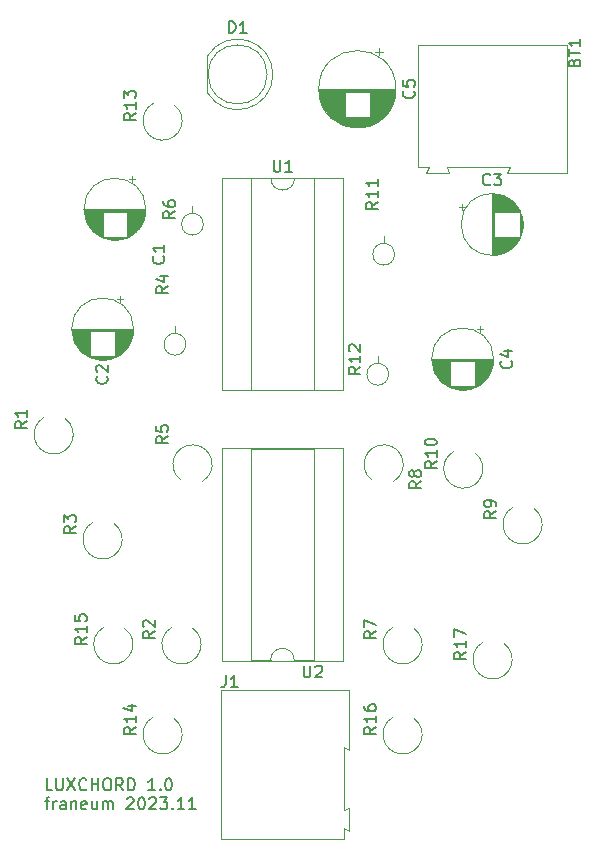
<source format=gbr>
%TF.GenerationSoftware,KiCad,Pcbnew,6.0.11+dfsg-1~bpo11+1*%
%TF.CreationDate,2023-11-19T23:21:45+01:00*%
%TF.ProjectId,lux106_002,6c757831-3036-45f3-9030-322e6b696361,rev?*%
%TF.SameCoordinates,Original*%
%TF.FileFunction,Legend,Top*%
%TF.FilePolarity,Positive*%
%FSLAX46Y46*%
G04 Gerber Fmt 4.6, Leading zero omitted, Abs format (unit mm)*
G04 Created by KiCad (PCBNEW 6.0.11+dfsg-1~bpo11+1) date 2023-11-19 23:21:45*
%MOMM*%
%LPD*%
G01*
G04 APERTURE LIST*
%ADD10C,0.150000*%
%ADD11C,0.120000*%
G04 APERTURE END LIST*
D10*
X77011785Y-124107380D02*
X76535595Y-124107380D01*
X76535595Y-123107380D01*
X77345119Y-123107380D02*
X77345119Y-123916904D01*
X77392738Y-124012142D01*
X77440357Y-124059761D01*
X77535595Y-124107380D01*
X77726071Y-124107380D01*
X77821309Y-124059761D01*
X77868928Y-124012142D01*
X77916547Y-123916904D01*
X77916547Y-123107380D01*
X78297500Y-123107380D02*
X78964166Y-124107380D01*
X78964166Y-123107380D02*
X78297500Y-124107380D01*
X79916547Y-124012142D02*
X79868928Y-124059761D01*
X79726071Y-124107380D01*
X79630833Y-124107380D01*
X79487976Y-124059761D01*
X79392738Y-123964523D01*
X79345119Y-123869285D01*
X79297500Y-123678809D01*
X79297500Y-123535952D01*
X79345119Y-123345476D01*
X79392738Y-123250238D01*
X79487976Y-123155000D01*
X79630833Y-123107380D01*
X79726071Y-123107380D01*
X79868928Y-123155000D01*
X79916547Y-123202619D01*
X80345119Y-124107380D02*
X80345119Y-123107380D01*
X80345119Y-123583571D02*
X80916547Y-123583571D01*
X80916547Y-124107380D02*
X80916547Y-123107380D01*
X81583214Y-123107380D02*
X81773690Y-123107380D01*
X81868928Y-123155000D01*
X81964166Y-123250238D01*
X82011785Y-123440714D01*
X82011785Y-123774047D01*
X81964166Y-123964523D01*
X81868928Y-124059761D01*
X81773690Y-124107380D01*
X81583214Y-124107380D01*
X81487976Y-124059761D01*
X81392738Y-123964523D01*
X81345119Y-123774047D01*
X81345119Y-123440714D01*
X81392738Y-123250238D01*
X81487976Y-123155000D01*
X81583214Y-123107380D01*
X83011785Y-124107380D02*
X82678452Y-123631190D01*
X82440357Y-124107380D02*
X82440357Y-123107380D01*
X82821309Y-123107380D01*
X82916547Y-123155000D01*
X82964166Y-123202619D01*
X83011785Y-123297857D01*
X83011785Y-123440714D01*
X82964166Y-123535952D01*
X82916547Y-123583571D01*
X82821309Y-123631190D01*
X82440357Y-123631190D01*
X83440357Y-124107380D02*
X83440357Y-123107380D01*
X83678452Y-123107380D01*
X83821309Y-123155000D01*
X83916547Y-123250238D01*
X83964166Y-123345476D01*
X84011785Y-123535952D01*
X84011785Y-123678809D01*
X83964166Y-123869285D01*
X83916547Y-123964523D01*
X83821309Y-124059761D01*
X83678452Y-124107380D01*
X83440357Y-124107380D01*
X85726071Y-124107380D02*
X85154642Y-124107380D01*
X85440357Y-124107380D02*
X85440357Y-123107380D01*
X85345119Y-123250238D01*
X85249880Y-123345476D01*
X85154642Y-123393095D01*
X86154642Y-124012142D02*
X86202261Y-124059761D01*
X86154642Y-124107380D01*
X86107023Y-124059761D01*
X86154642Y-124012142D01*
X86154642Y-124107380D01*
X86821309Y-123107380D02*
X86916547Y-123107380D01*
X87011785Y-123155000D01*
X87059404Y-123202619D01*
X87107023Y-123297857D01*
X87154642Y-123488333D01*
X87154642Y-123726428D01*
X87107023Y-123916904D01*
X87059404Y-124012142D01*
X87011785Y-124059761D01*
X86916547Y-124107380D01*
X86821309Y-124107380D01*
X86726071Y-124059761D01*
X86678452Y-124012142D01*
X86630833Y-123916904D01*
X86583214Y-123726428D01*
X86583214Y-123488333D01*
X86630833Y-123297857D01*
X86678452Y-123202619D01*
X86726071Y-123155000D01*
X86821309Y-123107380D01*
X76392738Y-125050714D02*
X76773690Y-125050714D01*
X76535595Y-125717380D02*
X76535595Y-124860238D01*
X76583214Y-124765000D01*
X76678452Y-124717380D01*
X76773690Y-124717380D01*
X77107023Y-125717380D02*
X77107023Y-125050714D01*
X77107023Y-125241190D02*
X77154642Y-125145952D01*
X77202261Y-125098333D01*
X77297500Y-125050714D01*
X77392738Y-125050714D01*
X78154642Y-125717380D02*
X78154642Y-125193571D01*
X78107023Y-125098333D01*
X78011785Y-125050714D01*
X77821309Y-125050714D01*
X77726071Y-125098333D01*
X78154642Y-125669761D02*
X78059404Y-125717380D01*
X77821309Y-125717380D01*
X77726071Y-125669761D01*
X77678452Y-125574523D01*
X77678452Y-125479285D01*
X77726071Y-125384047D01*
X77821309Y-125336428D01*
X78059404Y-125336428D01*
X78154642Y-125288809D01*
X78630833Y-125050714D02*
X78630833Y-125717380D01*
X78630833Y-125145952D02*
X78678452Y-125098333D01*
X78773690Y-125050714D01*
X78916547Y-125050714D01*
X79011785Y-125098333D01*
X79059404Y-125193571D01*
X79059404Y-125717380D01*
X79916547Y-125669761D02*
X79821309Y-125717380D01*
X79630833Y-125717380D01*
X79535595Y-125669761D01*
X79487976Y-125574523D01*
X79487976Y-125193571D01*
X79535595Y-125098333D01*
X79630833Y-125050714D01*
X79821309Y-125050714D01*
X79916547Y-125098333D01*
X79964166Y-125193571D01*
X79964166Y-125288809D01*
X79487976Y-125384047D01*
X80821309Y-125050714D02*
X80821309Y-125717380D01*
X80392738Y-125050714D02*
X80392738Y-125574523D01*
X80440357Y-125669761D01*
X80535595Y-125717380D01*
X80678452Y-125717380D01*
X80773690Y-125669761D01*
X80821309Y-125622142D01*
X81297500Y-125717380D02*
X81297500Y-125050714D01*
X81297500Y-125145952D02*
X81345119Y-125098333D01*
X81440357Y-125050714D01*
X81583214Y-125050714D01*
X81678452Y-125098333D01*
X81726071Y-125193571D01*
X81726071Y-125717380D01*
X81726071Y-125193571D02*
X81773690Y-125098333D01*
X81868928Y-125050714D01*
X82011785Y-125050714D01*
X82107023Y-125098333D01*
X82154642Y-125193571D01*
X82154642Y-125717380D01*
X83345119Y-124812619D02*
X83392738Y-124765000D01*
X83487976Y-124717380D01*
X83726071Y-124717380D01*
X83821309Y-124765000D01*
X83868928Y-124812619D01*
X83916547Y-124907857D01*
X83916547Y-125003095D01*
X83868928Y-125145952D01*
X83297500Y-125717380D01*
X83916547Y-125717380D01*
X84535595Y-124717380D02*
X84630833Y-124717380D01*
X84726071Y-124765000D01*
X84773690Y-124812619D01*
X84821309Y-124907857D01*
X84868928Y-125098333D01*
X84868928Y-125336428D01*
X84821309Y-125526904D01*
X84773690Y-125622142D01*
X84726071Y-125669761D01*
X84630833Y-125717380D01*
X84535595Y-125717380D01*
X84440357Y-125669761D01*
X84392738Y-125622142D01*
X84345119Y-125526904D01*
X84297500Y-125336428D01*
X84297500Y-125098333D01*
X84345119Y-124907857D01*
X84392738Y-124812619D01*
X84440357Y-124765000D01*
X84535595Y-124717380D01*
X85249880Y-124812619D02*
X85297500Y-124765000D01*
X85392738Y-124717380D01*
X85630833Y-124717380D01*
X85726071Y-124765000D01*
X85773690Y-124812619D01*
X85821309Y-124907857D01*
X85821309Y-125003095D01*
X85773690Y-125145952D01*
X85202261Y-125717380D01*
X85821309Y-125717380D01*
X86154642Y-124717380D02*
X86773690Y-124717380D01*
X86440357Y-125098333D01*
X86583214Y-125098333D01*
X86678452Y-125145952D01*
X86726071Y-125193571D01*
X86773690Y-125288809D01*
X86773690Y-125526904D01*
X86726071Y-125622142D01*
X86678452Y-125669761D01*
X86583214Y-125717380D01*
X86297500Y-125717380D01*
X86202261Y-125669761D01*
X86154642Y-125622142D01*
X87202261Y-125622142D02*
X87249880Y-125669761D01*
X87202261Y-125717380D01*
X87154642Y-125669761D01*
X87202261Y-125622142D01*
X87202261Y-125717380D01*
X88202261Y-125717380D02*
X87630833Y-125717380D01*
X87916547Y-125717380D02*
X87916547Y-124717380D01*
X87821309Y-124860238D01*
X87726071Y-124955476D01*
X87630833Y-125003095D01*
X89154642Y-125717380D02*
X88583214Y-125717380D01*
X88868928Y-125717380D02*
X88868928Y-124717380D01*
X88773690Y-124860238D01*
X88678452Y-124955476D01*
X88583214Y-125003095D01*
%TO.C,R11*%
X104592380Y-74302857D02*
X104116190Y-74636190D01*
X104592380Y-74874285D02*
X103592380Y-74874285D01*
X103592380Y-74493333D01*
X103640000Y-74398095D01*
X103687619Y-74350476D01*
X103782857Y-74302857D01*
X103925714Y-74302857D01*
X104020952Y-74350476D01*
X104068571Y-74398095D01*
X104116190Y-74493333D01*
X104116190Y-74874285D01*
X104592380Y-73350476D02*
X104592380Y-73921904D01*
X104592380Y-73636190D02*
X103592380Y-73636190D01*
X103735238Y-73731428D01*
X103830476Y-73826666D01*
X103878095Y-73921904D01*
X104592380Y-72398095D02*
X104592380Y-72969523D01*
X104592380Y-72683809D02*
X103592380Y-72683809D01*
X103735238Y-72779047D01*
X103830476Y-72874285D01*
X103878095Y-72969523D01*
%TO.C,R1*%
X74872380Y-92876666D02*
X74396190Y-93210000D01*
X74872380Y-93448095D02*
X73872380Y-93448095D01*
X73872380Y-93067142D01*
X73920000Y-92971904D01*
X73967619Y-92924285D01*
X74062857Y-92876666D01*
X74205714Y-92876666D01*
X74300952Y-92924285D01*
X74348571Y-92971904D01*
X74396190Y-93067142D01*
X74396190Y-93448095D01*
X74872380Y-91924285D02*
X74872380Y-92495714D01*
X74872380Y-92210000D02*
X73872380Y-92210000D01*
X74015238Y-92305238D01*
X74110476Y-92400476D01*
X74158095Y-92495714D01*
%TO.C,BT1*%
X121218571Y-62485714D02*
X121266190Y-62342857D01*
X121313809Y-62295238D01*
X121409047Y-62247619D01*
X121551904Y-62247619D01*
X121647142Y-62295238D01*
X121694761Y-62342857D01*
X121742380Y-62438095D01*
X121742380Y-62819047D01*
X120742380Y-62819047D01*
X120742380Y-62485714D01*
X120790000Y-62390476D01*
X120837619Y-62342857D01*
X120932857Y-62295238D01*
X121028095Y-62295238D01*
X121123333Y-62342857D01*
X121170952Y-62390476D01*
X121218571Y-62485714D01*
X121218571Y-62819047D01*
X120742380Y-61961904D02*
X120742380Y-61390476D01*
X121742380Y-61676190D02*
X120742380Y-61676190D01*
X121742380Y-60533333D02*
X121742380Y-61104761D01*
X121742380Y-60819047D02*
X120742380Y-60819047D01*
X120885238Y-60914285D01*
X120980476Y-61009523D01*
X121028095Y-61104761D01*
%TO.C,R9*%
X114572380Y-100496666D02*
X114096190Y-100830000D01*
X114572380Y-101068095D02*
X113572380Y-101068095D01*
X113572380Y-100687142D01*
X113620000Y-100591904D01*
X113667619Y-100544285D01*
X113762857Y-100496666D01*
X113905714Y-100496666D01*
X114000952Y-100544285D01*
X114048571Y-100591904D01*
X114096190Y-100687142D01*
X114096190Y-101068095D01*
X114572380Y-100020476D02*
X114572380Y-99830000D01*
X114524761Y-99734761D01*
X114477142Y-99687142D01*
X114334285Y-99591904D01*
X114143809Y-99544285D01*
X113762857Y-99544285D01*
X113667619Y-99591904D01*
X113620000Y-99639523D01*
X113572380Y-99734761D01*
X113572380Y-99925238D01*
X113620000Y-100020476D01*
X113667619Y-100068095D01*
X113762857Y-100115714D01*
X114000952Y-100115714D01*
X114096190Y-100068095D01*
X114143809Y-100020476D01*
X114191428Y-99925238D01*
X114191428Y-99734761D01*
X114143809Y-99639523D01*
X114096190Y-99591904D01*
X114000952Y-99544285D01*
%TO.C,R16*%
X104412380Y-118752857D02*
X103936190Y-119086190D01*
X104412380Y-119324285D02*
X103412380Y-119324285D01*
X103412380Y-118943333D01*
X103460000Y-118848095D01*
X103507619Y-118800476D01*
X103602857Y-118752857D01*
X103745714Y-118752857D01*
X103840952Y-118800476D01*
X103888571Y-118848095D01*
X103936190Y-118943333D01*
X103936190Y-119324285D01*
X104412380Y-117800476D02*
X104412380Y-118371904D01*
X104412380Y-118086190D02*
X103412380Y-118086190D01*
X103555238Y-118181428D01*
X103650476Y-118276666D01*
X103698095Y-118371904D01*
X103412380Y-116943333D02*
X103412380Y-117133809D01*
X103460000Y-117229047D01*
X103507619Y-117276666D01*
X103650476Y-117371904D01*
X103840952Y-117419523D01*
X104221904Y-117419523D01*
X104317142Y-117371904D01*
X104364761Y-117324285D01*
X104412380Y-117229047D01*
X104412380Y-117038571D01*
X104364761Y-116943333D01*
X104317142Y-116895714D01*
X104221904Y-116848095D01*
X103983809Y-116848095D01*
X103888571Y-116895714D01*
X103840952Y-116943333D01*
X103793333Y-117038571D01*
X103793333Y-117229047D01*
X103840952Y-117324285D01*
X103888571Y-117371904D01*
X103983809Y-117419523D01*
%TO.C,C4*%
X115867142Y-87766666D02*
X115914761Y-87814285D01*
X115962380Y-87957142D01*
X115962380Y-88052380D01*
X115914761Y-88195238D01*
X115819523Y-88290476D01*
X115724285Y-88338095D01*
X115533809Y-88385714D01*
X115390952Y-88385714D01*
X115200476Y-88338095D01*
X115105238Y-88290476D01*
X115010000Y-88195238D01*
X114962380Y-88052380D01*
X114962380Y-87957142D01*
X115010000Y-87814285D01*
X115057619Y-87766666D01*
X115295714Y-86909523D02*
X115962380Y-86909523D01*
X114914761Y-87147619D02*
X115629047Y-87385714D01*
X115629047Y-86766666D01*
%TO.C,U1*%
X95768095Y-70747380D02*
X95768095Y-71556904D01*
X95815714Y-71652142D01*
X95863333Y-71699761D01*
X95958571Y-71747380D01*
X96149047Y-71747380D01*
X96244285Y-71699761D01*
X96291904Y-71652142D01*
X96339523Y-71556904D01*
X96339523Y-70747380D01*
X97339523Y-71747380D02*
X96768095Y-71747380D01*
X97053809Y-71747380D02*
X97053809Y-70747380D01*
X96958571Y-70890238D01*
X96863333Y-70985476D01*
X96768095Y-71033095D01*
%TO.C,R3*%
X79012380Y-101766666D02*
X78536190Y-102100000D01*
X79012380Y-102338095D02*
X78012380Y-102338095D01*
X78012380Y-101957142D01*
X78060000Y-101861904D01*
X78107619Y-101814285D01*
X78202857Y-101766666D01*
X78345714Y-101766666D01*
X78440952Y-101814285D01*
X78488571Y-101861904D01*
X78536190Y-101957142D01*
X78536190Y-102338095D01*
X78012380Y-101433333D02*
X78012380Y-100814285D01*
X78393333Y-101147619D01*
X78393333Y-101004761D01*
X78440952Y-100909523D01*
X78488571Y-100861904D01*
X78583809Y-100814285D01*
X78821904Y-100814285D01*
X78917142Y-100861904D01*
X78964761Y-100909523D01*
X79012380Y-101004761D01*
X79012380Y-101290476D01*
X78964761Y-101385714D01*
X78917142Y-101433333D01*
%TO.C,C3*%
X114093333Y-72807142D02*
X114045714Y-72854761D01*
X113902857Y-72902380D01*
X113807619Y-72902380D01*
X113664761Y-72854761D01*
X113569523Y-72759523D01*
X113521904Y-72664285D01*
X113474285Y-72473809D01*
X113474285Y-72330952D01*
X113521904Y-72140476D01*
X113569523Y-72045238D01*
X113664761Y-71950000D01*
X113807619Y-71902380D01*
X113902857Y-71902380D01*
X114045714Y-71950000D01*
X114093333Y-71997619D01*
X114426666Y-71902380D02*
X115045714Y-71902380D01*
X114712380Y-72283333D01*
X114855238Y-72283333D01*
X114950476Y-72330952D01*
X114998095Y-72378571D01*
X115045714Y-72473809D01*
X115045714Y-72711904D01*
X114998095Y-72807142D01*
X114950476Y-72854761D01*
X114855238Y-72902380D01*
X114569523Y-72902380D01*
X114474285Y-72854761D01*
X114426666Y-72807142D01*
%TO.C,C1*%
X86427142Y-78906666D02*
X86474761Y-78954285D01*
X86522380Y-79097142D01*
X86522380Y-79192380D01*
X86474761Y-79335238D01*
X86379523Y-79430476D01*
X86284285Y-79478095D01*
X86093809Y-79525714D01*
X85950952Y-79525714D01*
X85760476Y-79478095D01*
X85665238Y-79430476D01*
X85570000Y-79335238D01*
X85522380Y-79192380D01*
X85522380Y-79097142D01*
X85570000Y-78954285D01*
X85617619Y-78906666D01*
X86522380Y-77954285D02*
X86522380Y-78525714D01*
X86522380Y-78240000D02*
X85522380Y-78240000D01*
X85665238Y-78335238D01*
X85760476Y-78430476D01*
X85808095Y-78525714D01*
%TO.C,C2*%
X81637142Y-89066666D02*
X81684761Y-89114285D01*
X81732380Y-89257142D01*
X81732380Y-89352380D01*
X81684761Y-89495238D01*
X81589523Y-89590476D01*
X81494285Y-89638095D01*
X81303809Y-89685714D01*
X81160952Y-89685714D01*
X80970476Y-89638095D01*
X80875238Y-89590476D01*
X80780000Y-89495238D01*
X80732380Y-89352380D01*
X80732380Y-89257142D01*
X80780000Y-89114285D01*
X80827619Y-89066666D01*
X80827619Y-88685714D02*
X80780000Y-88638095D01*
X80732380Y-88542857D01*
X80732380Y-88304761D01*
X80780000Y-88209523D01*
X80827619Y-88161904D01*
X80922857Y-88114285D01*
X81018095Y-88114285D01*
X81160952Y-88161904D01*
X81732380Y-88733333D01*
X81732380Y-88114285D01*
%TO.C,D1*%
X91971904Y-59992380D02*
X91971904Y-58992380D01*
X92210000Y-58992380D01*
X92352857Y-59040000D01*
X92448095Y-59135238D01*
X92495714Y-59230476D01*
X92543333Y-59420952D01*
X92543333Y-59563809D01*
X92495714Y-59754285D01*
X92448095Y-59849523D01*
X92352857Y-59944761D01*
X92210000Y-59992380D01*
X91971904Y-59992380D01*
X93495714Y-59992380D02*
X92924285Y-59992380D01*
X93210000Y-59992380D02*
X93210000Y-58992380D01*
X93114761Y-59135238D01*
X93019523Y-59230476D01*
X92924285Y-59278095D01*
%TO.C,R8*%
X108252380Y-97956666D02*
X107776190Y-98290000D01*
X108252380Y-98528095D02*
X107252380Y-98528095D01*
X107252380Y-98147142D01*
X107300000Y-98051904D01*
X107347619Y-98004285D01*
X107442857Y-97956666D01*
X107585714Y-97956666D01*
X107680952Y-98004285D01*
X107728571Y-98051904D01*
X107776190Y-98147142D01*
X107776190Y-98528095D01*
X107680952Y-97385238D02*
X107633333Y-97480476D01*
X107585714Y-97528095D01*
X107490476Y-97575714D01*
X107442857Y-97575714D01*
X107347619Y-97528095D01*
X107300000Y-97480476D01*
X107252380Y-97385238D01*
X107252380Y-97194761D01*
X107300000Y-97099523D01*
X107347619Y-97051904D01*
X107442857Y-97004285D01*
X107490476Y-97004285D01*
X107585714Y-97051904D01*
X107633333Y-97099523D01*
X107680952Y-97194761D01*
X107680952Y-97385238D01*
X107728571Y-97480476D01*
X107776190Y-97528095D01*
X107871428Y-97575714D01*
X108061904Y-97575714D01*
X108157142Y-97528095D01*
X108204761Y-97480476D01*
X108252380Y-97385238D01*
X108252380Y-97194761D01*
X108204761Y-97099523D01*
X108157142Y-97051904D01*
X108061904Y-97004285D01*
X107871428Y-97004285D01*
X107776190Y-97051904D01*
X107728571Y-97099523D01*
X107680952Y-97194761D01*
%TO.C,C5*%
X107607142Y-64916666D02*
X107654761Y-64964285D01*
X107702380Y-65107142D01*
X107702380Y-65202380D01*
X107654761Y-65345238D01*
X107559523Y-65440476D01*
X107464285Y-65488095D01*
X107273809Y-65535714D01*
X107130952Y-65535714D01*
X106940476Y-65488095D01*
X106845238Y-65440476D01*
X106750000Y-65345238D01*
X106702380Y-65202380D01*
X106702380Y-65107142D01*
X106750000Y-64964285D01*
X106797619Y-64916666D01*
X106702380Y-64011904D02*
X106702380Y-64488095D01*
X107178571Y-64535714D01*
X107130952Y-64488095D01*
X107083333Y-64392857D01*
X107083333Y-64154761D01*
X107130952Y-64059523D01*
X107178571Y-64011904D01*
X107273809Y-63964285D01*
X107511904Y-63964285D01*
X107607142Y-64011904D01*
X107654761Y-64059523D01*
X107702380Y-64154761D01*
X107702380Y-64392857D01*
X107654761Y-64488095D01*
X107607142Y-64535714D01*
%TO.C,R13*%
X84092380Y-66788716D02*
X83616190Y-67122049D01*
X84092380Y-67360144D02*
X83092380Y-67360144D01*
X83092380Y-66979192D01*
X83140000Y-66883954D01*
X83187619Y-66836335D01*
X83282857Y-66788716D01*
X83425714Y-66788716D01*
X83520952Y-66836335D01*
X83568571Y-66883954D01*
X83616190Y-66979192D01*
X83616190Y-67360144D01*
X84092380Y-65836335D02*
X84092380Y-66407763D01*
X84092380Y-66122049D02*
X83092380Y-66122049D01*
X83235238Y-66217287D01*
X83330476Y-66312525D01*
X83378095Y-66407763D01*
X83092380Y-65503001D02*
X83092380Y-64883954D01*
X83473333Y-65217287D01*
X83473333Y-65074430D01*
X83520952Y-64979192D01*
X83568571Y-64931573D01*
X83663809Y-64883954D01*
X83901904Y-64883954D01*
X83997142Y-64931573D01*
X84044761Y-64979192D01*
X84092380Y-65074430D01*
X84092380Y-65360144D01*
X84044761Y-65455382D01*
X83997142Y-65503001D01*
%TO.C,R7*%
X104412380Y-110656666D02*
X103936190Y-110990000D01*
X104412380Y-111228095D02*
X103412380Y-111228095D01*
X103412380Y-110847142D01*
X103460000Y-110751904D01*
X103507619Y-110704285D01*
X103602857Y-110656666D01*
X103745714Y-110656666D01*
X103840952Y-110704285D01*
X103888571Y-110751904D01*
X103936190Y-110847142D01*
X103936190Y-111228095D01*
X103412380Y-110323333D02*
X103412380Y-109656666D01*
X104412380Y-110085238D01*
%TO.C,R6*%
X87422380Y-75086666D02*
X86946190Y-75420000D01*
X87422380Y-75658095D02*
X86422380Y-75658095D01*
X86422380Y-75277142D01*
X86470000Y-75181904D01*
X86517619Y-75134285D01*
X86612857Y-75086666D01*
X86755714Y-75086666D01*
X86850952Y-75134285D01*
X86898571Y-75181904D01*
X86946190Y-75277142D01*
X86946190Y-75658095D01*
X86422380Y-74229523D02*
X86422380Y-74420000D01*
X86470000Y-74515238D01*
X86517619Y-74562857D01*
X86660476Y-74658095D01*
X86850952Y-74705714D01*
X87231904Y-74705714D01*
X87327142Y-74658095D01*
X87374761Y-74610476D01*
X87422380Y-74515238D01*
X87422380Y-74324761D01*
X87374761Y-74229523D01*
X87327142Y-74181904D01*
X87231904Y-74134285D01*
X86993809Y-74134285D01*
X86898571Y-74181904D01*
X86850952Y-74229523D01*
X86803333Y-74324761D01*
X86803333Y-74515238D01*
X86850952Y-74610476D01*
X86898571Y-74658095D01*
X86993809Y-74705714D01*
%TO.C,*%
%TO.C,R4*%
X86812380Y-81446666D02*
X86336190Y-81780000D01*
X86812380Y-82018095D02*
X85812380Y-82018095D01*
X85812380Y-81637142D01*
X85860000Y-81541904D01*
X85907619Y-81494285D01*
X86002857Y-81446666D01*
X86145714Y-81446666D01*
X86240952Y-81494285D01*
X86288571Y-81541904D01*
X86336190Y-81637142D01*
X86336190Y-82018095D01*
X86145714Y-80589523D02*
X86812380Y-80589523D01*
X85764761Y-80827619D02*
X86479047Y-81065714D01*
X86479047Y-80446666D01*
%TO.C,R2*%
X85692380Y-110656666D02*
X85216190Y-110990000D01*
X85692380Y-111228095D02*
X84692380Y-111228095D01*
X84692380Y-110847142D01*
X84740000Y-110751904D01*
X84787619Y-110704285D01*
X84882857Y-110656666D01*
X85025714Y-110656666D01*
X85120952Y-110704285D01*
X85168571Y-110751904D01*
X85216190Y-110847142D01*
X85216190Y-111228095D01*
X84787619Y-110275714D02*
X84740000Y-110228095D01*
X84692380Y-110132857D01*
X84692380Y-109894761D01*
X84740000Y-109799523D01*
X84787619Y-109751904D01*
X84882857Y-109704285D01*
X84978095Y-109704285D01*
X85120952Y-109751904D01*
X85692380Y-110323333D01*
X85692380Y-109704285D01*
%TO.C,*%
%TO.C,U2*%
X98298095Y-113547380D02*
X98298095Y-114356904D01*
X98345714Y-114452142D01*
X98393333Y-114499761D01*
X98488571Y-114547380D01*
X98679047Y-114547380D01*
X98774285Y-114499761D01*
X98821904Y-114452142D01*
X98869523Y-114356904D01*
X98869523Y-113547380D01*
X99298095Y-113642619D02*
X99345714Y-113595000D01*
X99440952Y-113547380D01*
X99679047Y-113547380D01*
X99774285Y-113595000D01*
X99821904Y-113642619D01*
X99869523Y-113737857D01*
X99869523Y-113833095D01*
X99821904Y-113975952D01*
X99250476Y-114547380D01*
X99869523Y-114547380D01*
%TO.C,R10*%
X109553760Y-96251722D02*
X109077570Y-96585055D01*
X109553760Y-96823150D02*
X108553760Y-96823150D01*
X108553760Y-96442198D01*
X108601380Y-96346960D01*
X108648999Y-96299341D01*
X108744237Y-96251722D01*
X108887094Y-96251722D01*
X108982332Y-96299341D01*
X109029951Y-96346960D01*
X109077570Y-96442198D01*
X109077570Y-96823150D01*
X109553760Y-95299341D02*
X109553760Y-95870769D01*
X109553760Y-95585055D02*
X108553760Y-95585055D01*
X108696618Y-95680293D01*
X108791856Y-95775531D01*
X108839475Y-95870769D01*
X108553760Y-94680293D02*
X108553760Y-94585055D01*
X108601380Y-94489817D01*
X108648999Y-94442198D01*
X108744237Y-94394579D01*
X108934713Y-94346960D01*
X109172808Y-94346960D01*
X109363284Y-94394579D01*
X109458522Y-94442198D01*
X109506141Y-94489817D01*
X109553760Y-94585055D01*
X109553760Y-94680293D01*
X109506141Y-94775531D01*
X109458522Y-94823150D01*
X109363284Y-94870769D01*
X109172808Y-94918388D01*
X108934713Y-94918388D01*
X108744237Y-94870769D01*
X108648999Y-94823150D01*
X108601380Y-94775531D01*
X108553760Y-94680293D01*
%TO.C,R14*%
X84092380Y-118752857D02*
X83616190Y-119086190D01*
X84092380Y-119324285D02*
X83092380Y-119324285D01*
X83092380Y-118943333D01*
X83140000Y-118848095D01*
X83187619Y-118800476D01*
X83282857Y-118752857D01*
X83425714Y-118752857D01*
X83520952Y-118800476D01*
X83568571Y-118848095D01*
X83616190Y-118943333D01*
X83616190Y-119324285D01*
X84092380Y-117800476D02*
X84092380Y-118371904D01*
X84092380Y-118086190D02*
X83092380Y-118086190D01*
X83235238Y-118181428D01*
X83330476Y-118276666D01*
X83378095Y-118371904D01*
X83425714Y-116943333D02*
X84092380Y-116943333D01*
X83044761Y-117181428D02*
X83759047Y-117419523D01*
X83759047Y-116800476D01*
%TO.C,R12*%
X103112380Y-88262857D02*
X102636190Y-88596190D01*
X103112380Y-88834285D02*
X102112380Y-88834285D01*
X102112380Y-88453333D01*
X102160000Y-88358095D01*
X102207619Y-88310476D01*
X102302857Y-88262857D01*
X102445714Y-88262857D01*
X102540952Y-88310476D01*
X102588571Y-88358095D01*
X102636190Y-88453333D01*
X102636190Y-88834285D01*
X103112380Y-87310476D02*
X103112380Y-87881904D01*
X103112380Y-87596190D02*
X102112380Y-87596190D01*
X102255238Y-87691428D01*
X102350476Y-87786666D01*
X102398095Y-87881904D01*
X102207619Y-86929523D02*
X102160000Y-86881904D01*
X102112380Y-86786666D01*
X102112380Y-86548571D01*
X102160000Y-86453333D01*
X102207619Y-86405714D01*
X102302857Y-86358095D01*
X102398095Y-86358095D01*
X102540952Y-86405714D01*
X103112380Y-86977142D01*
X103112380Y-86358095D01*
%TO.C,R15*%
X79922380Y-111132857D02*
X79446190Y-111466190D01*
X79922380Y-111704285D02*
X78922380Y-111704285D01*
X78922380Y-111323333D01*
X78970000Y-111228095D01*
X79017619Y-111180476D01*
X79112857Y-111132857D01*
X79255714Y-111132857D01*
X79350952Y-111180476D01*
X79398571Y-111228095D01*
X79446190Y-111323333D01*
X79446190Y-111704285D01*
X79922380Y-110180476D02*
X79922380Y-110751904D01*
X79922380Y-110466190D02*
X78922380Y-110466190D01*
X79065238Y-110561428D01*
X79160476Y-110656666D01*
X79208095Y-110751904D01*
X78922380Y-109275714D02*
X78922380Y-109751904D01*
X79398571Y-109799523D01*
X79350952Y-109751904D01*
X79303333Y-109656666D01*
X79303333Y-109418571D01*
X79350952Y-109323333D01*
X79398571Y-109275714D01*
X79493809Y-109228095D01*
X79731904Y-109228095D01*
X79827142Y-109275714D01*
X79874761Y-109323333D01*
X79922380Y-109418571D01*
X79922380Y-109656666D01*
X79874761Y-109751904D01*
X79827142Y-109799523D01*
%TO.C,R5*%
X86812380Y-94146666D02*
X86336190Y-94480000D01*
X86812380Y-94718095D02*
X85812380Y-94718095D01*
X85812380Y-94337142D01*
X85860000Y-94241904D01*
X85907619Y-94194285D01*
X86002857Y-94146666D01*
X86145714Y-94146666D01*
X86240952Y-94194285D01*
X86288571Y-94241904D01*
X86336190Y-94337142D01*
X86336190Y-94718095D01*
X85812380Y-93241904D02*
X85812380Y-93718095D01*
X86288571Y-93765714D01*
X86240952Y-93718095D01*
X86193333Y-93622857D01*
X86193333Y-93384761D01*
X86240952Y-93289523D01*
X86288571Y-93241904D01*
X86383809Y-93194285D01*
X86621904Y-93194285D01*
X86717142Y-93241904D01*
X86764761Y-93289523D01*
X86812380Y-93384761D01*
X86812380Y-93622857D01*
X86764761Y-93718095D01*
X86717142Y-93765714D01*
%TO.C,J1*%
X91726666Y-114382380D02*
X91726666Y-115096666D01*
X91679047Y-115239523D01*
X91583809Y-115334761D01*
X91440952Y-115382380D01*
X91345714Y-115382380D01*
X92726666Y-115382380D02*
X92155238Y-115382380D01*
X92440952Y-115382380D02*
X92440952Y-114382380D01*
X92345714Y-114525238D01*
X92250476Y-114620476D01*
X92155238Y-114668095D01*
%TO.C,R17*%
X112032380Y-112402857D02*
X111556190Y-112736190D01*
X112032380Y-112974285D02*
X111032380Y-112974285D01*
X111032380Y-112593333D01*
X111080000Y-112498095D01*
X111127619Y-112450476D01*
X111222857Y-112402857D01*
X111365714Y-112402857D01*
X111460952Y-112450476D01*
X111508571Y-112498095D01*
X111556190Y-112593333D01*
X111556190Y-112974285D01*
X112032380Y-111450476D02*
X112032380Y-112021904D01*
X112032380Y-111736190D02*
X111032380Y-111736190D01*
X111175238Y-111831428D01*
X111270476Y-111926666D01*
X111318095Y-112021904D01*
X111032380Y-111117142D02*
X111032380Y-110450476D01*
X112032380Y-110879047D01*
D11*
%TO.C,R11*%
X105080000Y-77810000D02*
X105080000Y-77190000D01*
X106000000Y-78730000D02*
G75*
G03*
X106000000Y-78730000I-920000J0D01*
G01*
%TO.C,R1*%
X76340000Y-92526728D02*
G75*
G03*
X78111380Y-92635225I800000J-1453272D01*
G01*
%TO.C,BT1*%
X115800000Y-71320000D02*
X115500000Y-71820000D01*
X108950000Y-71320000D02*
X108700000Y-71820000D01*
X108700000Y-71820000D02*
X110600000Y-71820000D01*
X108000000Y-71320000D02*
X108950000Y-71320000D01*
X110600000Y-71820000D02*
X110650000Y-71820000D01*
X110650000Y-71820000D02*
X110400000Y-71320000D01*
X108000000Y-60970000D02*
X108000000Y-71320000D01*
X120600000Y-71820000D02*
X120600000Y-60970000D01*
X120600000Y-60970000D02*
X108000000Y-60970000D01*
X110400000Y-71320000D02*
X115800000Y-71320000D01*
X115500000Y-71820000D02*
X120600000Y-71820000D01*
%TO.C,R9*%
X116040000Y-100146728D02*
G75*
G03*
X117811380Y-100255225I800000J-1453272D01*
G01*
%TO.C,R16*%
X105880000Y-117926728D02*
G75*
G03*
X107651380Y-118035225I800000J-1453272D01*
G01*
%TO.C,C4*%
X110720000Y-89081000D02*
X109638000Y-89081000D01*
X112437000Y-90121000D02*
X111083000Y-90121000D01*
X114271000Y-88200000D02*
X112800000Y-88200000D01*
X113545000Y-89481000D02*
X112800000Y-89481000D01*
X114340000Y-87600000D02*
X109180000Y-87600000D01*
X110720000Y-88120000D02*
X109232000Y-88120000D01*
X112565000Y-90081000D02*
X110955000Y-90081000D01*
X110720000Y-89161000D02*
X109695000Y-89161000D01*
X114325000Y-87880000D02*
X112800000Y-87880000D01*
X110720000Y-88200000D02*
X109249000Y-88200000D01*
X110720000Y-88641000D02*
X109395000Y-88641000D01*
X114142000Y-88601000D02*
X112800000Y-88601000D01*
X114288000Y-88120000D02*
X112800000Y-88120000D01*
X114296000Y-88080000D02*
X112800000Y-88080000D01*
X110720000Y-88481000D02*
X109332000Y-88481000D01*
X110720000Y-88881000D02*
X109513000Y-88881000D01*
X110720000Y-89281000D02*
X109789000Y-89281000D01*
X114333000Y-87800000D02*
X109187000Y-87800000D01*
X114108000Y-88681000D02*
X112800000Y-88681000D01*
X110720000Y-89001000D02*
X109585000Y-89001000D01*
X113143000Y-89801000D02*
X112800000Y-89801000D01*
X110720000Y-87880000D02*
X109195000Y-87880000D01*
X110720000Y-88321000D02*
X109280000Y-88321000D01*
X113459000Y-89561000D02*
X112800000Y-89561000D01*
X110720000Y-89201000D02*
X109725000Y-89201000D01*
X110720000Y-89481000D02*
X109975000Y-89481000D01*
X114261000Y-88240000D02*
X112800000Y-88240000D01*
X110720000Y-88521000D02*
X109346000Y-88521000D01*
X112771000Y-90001000D02*
X110749000Y-90001000D01*
X113661000Y-89361000D02*
X112800000Y-89361000D01*
X114340000Y-87640000D02*
X109180000Y-87640000D01*
X114303000Y-88040000D02*
X112800000Y-88040000D01*
X110720000Y-88681000D02*
X109412000Y-88681000D01*
X113079000Y-89841000D02*
X112800000Y-89841000D01*
X113697000Y-89321000D02*
X112800000Y-89321000D01*
X110720000Y-89601000D02*
X110107000Y-89601000D01*
X114070000Y-88761000D02*
X112800000Y-88761000D01*
X113011000Y-89881000D02*
X112800000Y-89881000D01*
X113935000Y-89001000D02*
X112800000Y-89001000D01*
X110720000Y-87960000D02*
X109204000Y-87960000D01*
X110720000Y-88401000D02*
X109305000Y-88401000D01*
X112044000Y-90201000D02*
X111476000Y-90201000D01*
X114050000Y-88801000D02*
X112800000Y-88801000D01*
X110720000Y-89721000D02*
X110260000Y-89721000D01*
X114158000Y-88561000D02*
X112800000Y-88561000D01*
X113413000Y-89601000D02*
X112800000Y-89601000D01*
X110720000Y-89841000D02*
X110441000Y-89841000D01*
X112278000Y-90161000D02*
X111242000Y-90161000D01*
X110720000Y-88841000D02*
X109492000Y-88841000D01*
X110720000Y-89641000D02*
X110155000Y-89641000D01*
X114215000Y-88401000D02*
X112800000Y-88401000D01*
X110720000Y-88240000D02*
X109259000Y-88240000D01*
X114280000Y-88160000D02*
X112800000Y-88160000D01*
X110720000Y-87840000D02*
X109191000Y-87840000D01*
X113731000Y-89281000D02*
X112800000Y-89281000D01*
X113764000Y-89241000D02*
X112800000Y-89241000D01*
X114007000Y-88881000D02*
X112800000Y-88881000D01*
X113235000Y-84795225D02*
X113235000Y-85295225D01*
X110720000Y-88080000D02*
X109224000Y-88080000D01*
X113503000Y-89521000D02*
X112800000Y-89521000D01*
X110720000Y-89801000D02*
X110377000Y-89801000D01*
X110720000Y-89401000D02*
X109896000Y-89401000D01*
X113960000Y-88961000D02*
X112800000Y-88961000D01*
X110720000Y-89241000D02*
X109756000Y-89241000D01*
X113260000Y-89721000D02*
X112800000Y-89721000D01*
X114188000Y-88481000D02*
X112800000Y-88481000D01*
X110720000Y-88961000D02*
X109560000Y-88961000D01*
X114316000Y-87960000D02*
X112800000Y-87960000D01*
X110720000Y-89121000D02*
X109665000Y-89121000D01*
X112858000Y-89961000D02*
X110662000Y-89961000D01*
X114125000Y-88641000D02*
X112800000Y-88641000D01*
X110720000Y-89761000D02*
X110317000Y-89761000D01*
X114228000Y-88361000D02*
X112800000Y-88361000D01*
X110720000Y-88561000D02*
X109362000Y-88561000D01*
X110720000Y-88000000D02*
X109210000Y-88000000D01*
X110720000Y-88761000D02*
X109450000Y-88761000D01*
X110720000Y-89321000D02*
X109823000Y-89321000D01*
X113586000Y-89441000D02*
X112800000Y-89441000D01*
X114251000Y-88280000D02*
X112800000Y-88280000D01*
X110720000Y-89681000D02*
X110206000Y-89681000D01*
X110720000Y-89361000D02*
X109859000Y-89361000D01*
X110720000Y-88921000D02*
X109536000Y-88921000D01*
X113825000Y-89161000D02*
X112800000Y-89161000D01*
X110720000Y-89881000D02*
X110509000Y-89881000D01*
X110720000Y-88441000D02*
X109318000Y-88441000D01*
X114240000Y-88321000D02*
X112800000Y-88321000D01*
X110720000Y-88361000D02*
X109292000Y-88361000D01*
X114089000Y-88721000D02*
X112800000Y-88721000D01*
X114329000Y-87840000D02*
X112800000Y-87840000D01*
X113314000Y-89681000D02*
X112800000Y-89681000D01*
X114338000Y-87720000D02*
X109182000Y-87720000D01*
X113624000Y-89401000D02*
X112800000Y-89401000D01*
X112938000Y-89921000D02*
X110582000Y-89921000D01*
X114310000Y-88000000D02*
X112800000Y-88000000D01*
X113909000Y-89041000D02*
X112800000Y-89041000D01*
X110720000Y-89561000D02*
X110061000Y-89561000D01*
X110720000Y-88040000D02*
X109217000Y-88040000D01*
X110720000Y-88601000D02*
X109378000Y-88601000D01*
X114321000Y-87920000D02*
X112800000Y-87920000D01*
X110720000Y-89441000D02*
X109934000Y-89441000D01*
X113203000Y-89761000D02*
X112800000Y-89761000D01*
X110720000Y-89041000D02*
X109611000Y-89041000D01*
X112675000Y-90041000D02*
X110845000Y-90041000D01*
X113795000Y-89201000D02*
X112800000Y-89201000D01*
X114339000Y-87680000D02*
X109181000Y-87680000D01*
X110720000Y-88280000D02*
X109269000Y-88280000D01*
X110720000Y-87920000D02*
X109199000Y-87920000D01*
X110720000Y-88721000D02*
X109431000Y-88721000D01*
X113365000Y-89641000D02*
X112800000Y-89641000D01*
X110720000Y-89521000D02*
X110017000Y-89521000D01*
X114028000Y-88841000D02*
X112800000Y-88841000D01*
X113984000Y-88921000D02*
X112800000Y-88921000D01*
X114336000Y-87760000D02*
X109184000Y-87760000D01*
X113882000Y-89081000D02*
X112800000Y-89081000D01*
X114174000Y-88521000D02*
X112800000Y-88521000D01*
X110720000Y-88160000D02*
X109240000Y-88160000D01*
X113485000Y-85045225D02*
X112985000Y-85045225D01*
X113855000Y-89121000D02*
X112800000Y-89121000D01*
X114202000Y-88441000D02*
X112800000Y-88441000D01*
X110720000Y-88801000D02*
X109470000Y-88801000D01*
X114380000Y-87600000D02*
G75*
G03*
X114380000Y-87600000I-2620000J0D01*
G01*
%TO.C,U1*%
X101670000Y-90255000D02*
X101670000Y-72235000D01*
X93880000Y-72295000D02*
X93880000Y-90195000D01*
X101670000Y-72235000D02*
X91390000Y-72235000D01*
X99180000Y-90195000D02*
X99180000Y-72295000D01*
X95530000Y-72295000D02*
X93880000Y-72295000D01*
X91390000Y-90255000D02*
X101670000Y-90255000D01*
X99180000Y-72295000D02*
X97530000Y-72295000D01*
X91390000Y-72235000D02*
X91390000Y-90255000D01*
X93880000Y-90195000D02*
X99180000Y-90195000D01*
X95530000Y-72295000D02*
G75*
G03*
X97530000Y-72295000I1000000J0D01*
G01*
%TO.C,R3*%
X80480000Y-101416728D02*
G75*
G03*
X82251380Y-101525225I800000J-1453272D01*
G01*
%TO.C,C3*%
X115661000Y-77240000D02*
X115661000Y-78375000D01*
X115941000Y-74229000D02*
X115941000Y-75160000D01*
X115381000Y-77240000D02*
X115381000Y-78529000D01*
X114940000Y-77240000D02*
X114940000Y-78691000D01*
X114620000Y-77240000D02*
X114620000Y-78756000D01*
X115621000Y-74000000D02*
X115621000Y-75160000D01*
X114620000Y-73644000D02*
X114620000Y-75160000D01*
X114820000Y-73680000D02*
X114820000Y-75160000D01*
X115781000Y-77240000D02*
X115781000Y-78295000D01*
X114500000Y-73631000D02*
X114500000Y-75160000D01*
X115581000Y-77240000D02*
X115581000Y-78424000D01*
X115061000Y-73745000D02*
X115061000Y-75160000D01*
X114420000Y-73624000D02*
X114420000Y-78776000D01*
X115701000Y-74051000D02*
X115701000Y-75160000D01*
X115541000Y-73953000D02*
X115541000Y-75160000D01*
X116021000Y-77240000D02*
X116021000Y-78101000D01*
X115821000Y-74135000D02*
X115821000Y-75160000D01*
X114780000Y-73672000D02*
X114780000Y-75160000D01*
X114700000Y-77240000D02*
X114700000Y-78743000D01*
X115701000Y-77240000D02*
X115701000Y-78349000D01*
X115861000Y-74165000D02*
X115861000Y-75160000D01*
X114380000Y-73622000D02*
X114380000Y-78778000D01*
X114540000Y-73635000D02*
X114540000Y-75160000D01*
X116621000Y-75102000D02*
X116621000Y-77298000D01*
X111455225Y-74725000D02*
X111955225Y-74725000D01*
X115141000Y-77240000D02*
X115141000Y-78628000D01*
X116741000Y-75395000D02*
X116741000Y-77005000D01*
X115101000Y-73758000D02*
X115101000Y-75160000D01*
X115501000Y-77240000D02*
X115501000Y-78468000D01*
X116221000Y-74501000D02*
X116221000Y-75160000D01*
X115221000Y-73802000D02*
X115221000Y-75160000D01*
X115341000Y-73852000D02*
X115341000Y-75160000D01*
X114300000Y-73620000D02*
X114300000Y-78780000D01*
X115341000Y-77240000D02*
X115341000Y-78548000D01*
X114580000Y-77240000D02*
X114580000Y-78761000D01*
X116181000Y-77240000D02*
X116181000Y-77943000D01*
X114260000Y-73620000D02*
X114260000Y-78780000D01*
X116661000Y-75189000D02*
X116661000Y-77211000D01*
X116541000Y-74949000D02*
X116541000Y-75160000D01*
X116461000Y-77240000D02*
X116461000Y-77583000D01*
X115541000Y-77240000D02*
X115541000Y-78447000D01*
X115421000Y-73890000D02*
X115421000Y-75160000D01*
X115581000Y-73976000D02*
X115581000Y-75160000D01*
X116261000Y-74547000D02*
X116261000Y-75160000D01*
X116061000Y-77240000D02*
X116061000Y-78064000D01*
X114740000Y-77240000D02*
X114740000Y-78736000D01*
X115261000Y-77240000D02*
X115261000Y-78582000D01*
X114900000Y-73699000D02*
X114900000Y-75160000D01*
X114780000Y-77240000D02*
X114780000Y-78728000D01*
X116581000Y-75022000D02*
X116581000Y-77378000D01*
X115301000Y-73835000D02*
X115301000Y-75160000D01*
X114981000Y-73720000D02*
X114981000Y-75160000D01*
X115461000Y-77240000D02*
X115461000Y-78490000D01*
X115181000Y-73786000D02*
X115181000Y-75160000D01*
X115741000Y-77240000D02*
X115741000Y-78322000D01*
X114460000Y-73627000D02*
X114460000Y-78773000D01*
X114981000Y-77240000D02*
X114981000Y-78680000D01*
X116701000Y-75285000D02*
X116701000Y-77115000D01*
X116101000Y-77240000D02*
X116101000Y-78026000D01*
X116301000Y-77240000D02*
X116301000Y-77805000D01*
X116301000Y-74595000D02*
X116301000Y-75160000D01*
X114700000Y-73657000D02*
X114700000Y-75160000D01*
X115901000Y-74196000D02*
X115901000Y-75160000D01*
X114860000Y-73689000D02*
X114860000Y-75160000D01*
X116261000Y-77240000D02*
X116261000Y-77853000D01*
X116141000Y-74415000D02*
X116141000Y-75160000D01*
X115861000Y-77240000D02*
X115861000Y-78235000D01*
X116021000Y-74299000D02*
X116021000Y-75160000D01*
X114940000Y-73709000D02*
X114940000Y-75160000D01*
X115781000Y-74105000D02*
X115781000Y-75160000D01*
X114500000Y-77240000D02*
X114500000Y-78769000D01*
X116541000Y-77240000D02*
X116541000Y-77451000D01*
X115221000Y-77240000D02*
X115221000Y-78598000D01*
X114340000Y-73621000D02*
X114340000Y-78779000D01*
X116061000Y-74336000D02*
X116061000Y-75160000D01*
X116101000Y-74374000D02*
X116101000Y-75160000D01*
X115981000Y-77240000D02*
X115981000Y-78137000D01*
X115981000Y-74263000D02*
X115981000Y-75160000D01*
X114900000Y-77240000D02*
X114900000Y-78701000D01*
X114580000Y-73639000D02*
X114580000Y-75160000D01*
X116341000Y-74646000D02*
X116341000Y-75160000D01*
X111705225Y-74475000D02*
X111705225Y-74975000D01*
X116501000Y-74881000D02*
X116501000Y-75160000D01*
X115501000Y-73932000D02*
X115501000Y-75160000D01*
X115021000Y-77240000D02*
X115021000Y-78668000D01*
X116461000Y-74817000D02*
X116461000Y-75160000D01*
X116501000Y-77240000D02*
X116501000Y-77519000D01*
X115101000Y-77240000D02*
X115101000Y-78642000D01*
X114660000Y-73650000D02*
X114660000Y-75160000D01*
X116781000Y-75523000D02*
X116781000Y-76877000D01*
X115901000Y-77240000D02*
X115901000Y-78204000D01*
X114740000Y-73664000D02*
X114740000Y-75160000D01*
X115301000Y-77240000D02*
X115301000Y-78565000D01*
X115461000Y-73910000D02*
X115461000Y-75160000D01*
X114540000Y-77240000D02*
X114540000Y-78765000D01*
X116421000Y-77240000D02*
X116421000Y-77643000D01*
X116381000Y-74700000D02*
X116381000Y-75160000D01*
X115421000Y-77240000D02*
X115421000Y-78510000D01*
X115061000Y-77240000D02*
X115061000Y-78655000D01*
X114860000Y-77240000D02*
X114860000Y-78711000D01*
X116861000Y-75916000D02*
X116861000Y-76484000D01*
X116821000Y-75682000D02*
X116821000Y-76718000D01*
X116381000Y-77240000D02*
X116381000Y-77700000D01*
X115661000Y-74025000D02*
X115661000Y-75160000D01*
X115741000Y-74078000D02*
X115741000Y-75160000D01*
X115261000Y-73818000D02*
X115261000Y-75160000D01*
X115821000Y-77240000D02*
X115821000Y-78265000D01*
X116181000Y-74457000D02*
X116181000Y-75160000D01*
X115941000Y-77240000D02*
X115941000Y-78171000D01*
X115181000Y-77240000D02*
X115181000Y-78614000D01*
X115141000Y-73772000D02*
X115141000Y-75160000D01*
X115381000Y-73871000D02*
X115381000Y-75160000D01*
X116341000Y-77240000D02*
X116341000Y-77754000D01*
X115021000Y-73732000D02*
X115021000Y-75160000D01*
X116421000Y-74757000D02*
X116421000Y-75160000D01*
X116141000Y-77240000D02*
X116141000Y-77985000D01*
X114660000Y-77240000D02*
X114660000Y-78750000D01*
X115621000Y-77240000D02*
X115621000Y-78400000D01*
X114820000Y-77240000D02*
X114820000Y-78720000D01*
X116221000Y-77240000D02*
X116221000Y-77899000D01*
X116880000Y-76200000D02*
G75*
G03*
X116880000Y-76200000I-2620000J0D01*
G01*
%TO.C,C1*%
X81280000Y-76711000D02*
X80456000Y-76711000D01*
X81280000Y-76071000D02*
X80010000Y-76071000D01*
X84355000Y-76511000D02*
X83360000Y-76511000D01*
X84718000Y-75871000D02*
X83360000Y-75871000D01*
X84848000Y-75430000D02*
X83360000Y-75430000D01*
X81280000Y-75631000D02*
X79840000Y-75631000D01*
X84588000Y-76151000D02*
X83360000Y-76151000D01*
X81280000Y-76351000D02*
X80171000Y-76351000D01*
X83125000Y-77391000D02*
X81515000Y-77391000D01*
X81280000Y-76991000D02*
X80766000Y-76991000D01*
X84544000Y-76231000D02*
X83360000Y-76231000D01*
X81280000Y-75310000D02*
X79770000Y-75310000D01*
X84881000Y-75230000D02*
X83360000Y-75230000D01*
X81280000Y-75871000D02*
X79922000Y-75871000D01*
X84567000Y-76191000D02*
X83360000Y-76191000D01*
X83331000Y-77311000D02*
X81309000Y-77311000D01*
X84520000Y-76271000D02*
X83360000Y-76271000D01*
X81280000Y-76471000D02*
X80255000Y-76471000D01*
X84821000Y-75550000D02*
X83360000Y-75550000D01*
X81280000Y-75390000D02*
X79784000Y-75390000D01*
X84495000Y-76311000D02*
X83360000Y-76311000D01*
X84800000Y-75631000D02*
X83360000Y-75631000D01*
X81280000Y-76671000D02*
X80419000Y-76671000D01*
X84762000Y-75751000D02*
X83360000Y-75751000D01*
X84748000Y-75791000D02*
X83360000Y-75791000D01*
X84442000Y-76391000D02*
X83360000Y-76391000D01*
X84184000Y-76711000D02*
X83360000Y-76711000D01*
X83874000Y-76991000D02*
X83360000Y-76991000D01*
X81280000Y-76951000D02*
X80715000Y-76951000D01*
X84831000Y-75510000D02*
X83360000Y-75510000D01*
X84775000Y-75711000D02*
X83360000Y-75711000D01*
X81280000Y-75751000D02*
X79878000Y-75751000D01*
X81280000Y-75550000D02*
X79819000Y-75550000D01*
X81280000Y-75791000D02*
X79892000Y-75791000D01*
X83925000Y-76951000D02*
X83360000Y-76951000D01*
X84221000Y-76671000D02*
X83360000Y-76671000D01*
X81280000Y-75230000D02*
X79759000Y-75230000D01*
X82838000Y-77471000D02*
X81802000Y-77471000D01*
X84889000Y-75150000D02*
X83360000Y-75150000D01*
X84257000Y-76631000D02*
X83360000Y-76631000D01*
X81280000Y-75911000D02*
X79938000Y-75911000D01*
X84893000Y-75110000D02*
X79747000Y-75110000D01*
X81280000Y-76911000D02*
X80667000Y-76911000D01*
X83498000Y-77231000D02*
X81142000Y-77231000D01*
X81280000Y-77031000D02*
X80820000Y-77031000D01*
X84685000Y-75951000D02*
X83360000Y-75951000D01*
X83973000Y-76911000D02*
X83360000Y-76911000D01*
X83703000Y-77111000D02*
X83360000Y-77111000D01*
X81280000Y-75190000D02*
X79755000Y-75190000D01*
X84630000Y-76071000D02*
X83360000Y-76071000D01*
X83235000Y-77351000D02*
X81405000Y-77351000D01*
X82997000Y-77431000D02*
X81643000Y-77431000D01*
X81280000Y-76551000D02*
X80316000Y-76551000D01*
X81280000Y-76871000D02*
X80621000Y-76871000D01*
X84896000Y-75070000D02*
X79744000Y-75070000D01*
X81280000Y-76791000D02*
X80535000Y-76791000D01*
X84898000Y-75030000D02*
X79742000Y-75030000D01*
X81280000Y-76591000D02*
X80349000Y-76591000D01*
X84702000Y-75911000D02*
X83360000Y-75911000D01*
X82604000Y-77511000D02*
X82036000Y-77511000D01*
X81280000Y-76151000D02*
X80052000Y-76151000D01*
X84668000Y-75991000D02*
X83360000Y-75991000D01*
X81280000Y-75991000D02*
X79972000Y-75991000D01*
X81280000Y-76511000D02*
X80285000Y-76511000D01*
X84885000Y-75190000D02*
X83360000Y-75190000D01*
X83820000Y-77031000D02*
X83360000Y-77031000D01*
X81280000Y-76431000D02*
X80225000Y-76431000D01*
X81280000Y-75671000D02*
X79852000Y-75671000D01*
X84146000Y-76751000D02*
X83360000Y-76751000D01*
X81280000Y-76831000D02*
X80577000Y-76831000D01*
X83763000Y-77071000D02*
X83360000Y-77071000D01*
X84105000Y-76791000D02*
X83360000Y-76791000D01*
X81280000Y-75590000D02*
X79829000Y-75590000D01*
X84863000Y-75350000D02*
X83360000Y-75350000D01*
X81280000Y-76111000D02*
X80030000Y-76111000D01*
X81280000Y-75150000D02*
X79751000Y-75150000D01*
X84045000Y-72355225D02*
X83545000Y-72355225D01*
X81280000Y-77111000D02*
X80937000Y-77111000D01*
X81280000Y-76751000D02*
X80494000Y-76751000D01*
X84649000Y-76031000D02*
X83360000Y-76031000D01*
X84900000Y-74950000D02*
X79740000Y-74950000D01*
X84900000Y-74910000D02*
X79740000Y-74910000D01*
X81280000Y-75951000D02*
X79955000Y-75951000D01*
X84019000Y-76871000D02*
X83360000Y-76871000D01*
X84063000Y-76831000D02*
X83360000Y-76831000D01*
X81280000Y-77191000D02*
X81069000Y-77191000D01*
X81280000Y-75711000D02*
X79865000Y-75711000D01*
X84899000Y-74990000D02*
X79741000Y-74990000D01*
X83795000Y-72105225D02*
X83795000Y-72605225D01*
X81280000Y-75470000D02*
X79800000Y-75470000D01*
X81280000Y-76311000D02*
X80145000Y-76311000D01*
X84840000Y-75470000D02*
X83360000Y-75470000D01*
X84385000Y-76471000D02*
X83360000Y-76471000D01*
X81280000Y-76191000D02*
X80073000Y-76191000D01*
X84788000Y-75671000D02*
X83360000Y-75671000D01*
X81280000Y-75350000D02*
X79777000Y-75350000D01*
X81280000Y-75270000D02*
X79764000Y-75270000D01*
X84856000Y-75390000D02*
X83360000Y-75390000D01*
X83571000Y-77191000D02*
X83360000Y-77191000D01*
X84610000Y-76111000D02*
X83360000Y-76111000D01*
X83418000Y-77271000D02*
X81222000Y-77271000D01*
X84415000Y-76431000D02*
X83360000Y-76431000D01*
X81280000Y-75510000D02*
X79809000Y-75510000D01*
X81280000Y-77151000D02*
X81001000Y-77151000D01*
X83639000Y-77151000D02*
X83360000Y-77151000D01*
X84811000Y-75590000D02*
X83360000Y-75590000D01*
X84876000Y-75270000D02*
X83360000Y-75270000D01*
X84734000Y-75831000D02*
X83360000Y-75831000D01*
X81280000Y-76231000D02*
X80096000Y-76231000D01*
X81280000Y-75430000D02*
X79792000Y-75430000D01*
X81280000Y-76631000D02*
X80383000Y-76631000D01*
X81280000Y-75831000D02*
X79906000Y-75831000D01*
X81280000Y-76031000D02*
X79991000Y-76031000D01*
X81280000Y-76271000D02*
X80120000Y-76271000D01*
X84291000Y-76591000D02*
X83360000Y-76591000D01*
X81280000Y-76391000D02*
X80198000Y-76391000D01*
X81280000Y-77071000D02*
X80877000Y-77071000D01*
X84469000Y-76351000D02*
X83360000Y-76351000D01*
X84324000Y-76551000D02*
X83360000Y-76551000D01*
X84870000Y-75310000D02*
X83360000Y-75310000D01*
X84940000Y-74910000D02*
G75*
G03*
X84940000Y-74910000I-2620000J0D01*
G01*
%TO.C,C2*%
X80240000Y-85500000D02*
X78737000Y-85500000D01*
X82663000Y-87261000D02*
X82320000Y-87261000D01*
X83217000Y-86781000D02*
X82320000Y-86781000D01*
X83816000Y-85540000D02*
X82320000Y-85540000D01*
X82755000Y-82255225D02*
X82755000Y-82755225D01*
X80240000Y-87221000D02*
X79837000Y-87221000D01*
X83429000Y-86501000D02*
X82320000Y-86501000D01*
X80240000Y-86221000D02*
X78970000Y-86221000D01*
X80240000Y-86821000D02*
X79379000Y-86821000D01*
X80240000Y-85300000D02*
X78711000Y-85300000D01*
X82599000Y-87301000D02*
X82320000Y-87301000D01*
X80240000Y-85580000D02*
X78752000Y-85580000D01*
X80240000Y-85460000D02*
X78730000Y-85460000D01*
X83590000Y-86221000D02*
X82320000Y-86221000D01*
X81798000Y-87621000D02*
X80762000Y-87621000D01*
X82085000Y-87541000D02*
X80475000Y-87541000D01*
X82979000Y-87021000D02*
X82320000Y-87021000D01*
X83144000Y-86861000D02*
X82320000Y-86861000D01*
X80240000Y-86061000D02*
X78898000Y-86061000D01*
X80240000Y-86621000D02*
X79215000Y-86621000D01*
X82291000Y-87461000D02*
X80269000Y-87461000D01*
X83402000Y-86541000D02*
X82320000Y-86541000D01*
X83722000Y-85901000D02*
X82320000Y-85901000D01*
X83791000Y-85660000D02*
X82320000Y-85660000D01*
X80240000Y-85620000D02*
X78760000Y-85620000D01*
X80240000Y-86301000D02*
X79012000Y-86301000D01*
X80240000Y-86341000D02*
X79033000Y-86341000D01*
X80240000Y-86661000D02*
X79245000Y-86661000D01*
X83005000Y-82505225D02*
X82505000Y-82505225D01*
X83678000Y-86021000D02*
X82320000Y-86021000D01*
X83853000Y-85260000D02*
X78707000Y-85260000D01*
X83345000Y-86621000D02*
X82320000Y-86621000D01*
X80240000Y-85821000D02*
X78812000Y-85821000D01*
X83735000Y-85861000D02*
X82320000Y-85861000D01*
X80240000Y-86181000D02*
X78951000Y-86181000D01*
X80240000Y-86381000D02*
X79056000Y-86381000D01*
X83251000Y-86741000D02*
X82320000Y-86741000D01*
X80240000Y-85781000D02*
X78800000Y-85781000D01*
X80240000Y-86541000D02*
X79158000Y-86541000D01*
X82378000Y-87421000D02*
X80182000Y-87421000D01*
X83527000Y-86341000D02*
X82320000Y-86341000D01*
X83662000Y-86061000D02*
X82320000Y-86061000D01*
X83480000Y-86421000D02*
X82320000Y-86421000D01*
X80240000Y-85901000D02*
X78838000Y-85901000D01*
X80240000Y-85540000D02*
X78744000Y-85540000D01*
X83849000Y-85300000D02*
X82320000Y-85300000D01*
X83858000Y-85180000D02*
X78702000Y-85180000D01*
X83628000Y-86141000D02*
X82320000Y-86141000D01*
X80240000Y-86701000D02*
X79276000Y-86701000D01*
X83808000Y-85580000D02*
X82320000Y-85580000D01*
X80240000Y-87101000D02*
X79675000Y-87101000D01*
X82458000Y-87381000D02*
X80102000Y-87381000D01*
X83504000Y-86381000D02*
X82320000Y-86381000D01*
X83823000Y-85500000D02*
X82320000Y-85500000D01*
X82885000Y-87101000D02*
X82320000Y-87101000D01*
X83609000Y-86181000D02*
X82320000Y-86181000D01*
X80240000Y-87181000D02*
X79780000Y-87181000D01*
X80240000Y-85941000D02*
X78852000Y-85941000D01*
X83106000Y-86901000D02*
X82320000Y-86901000D01*
X80240000Y-85420000D02*
X78724000Y-85420000D01*
X83748000Y-85821000D02*
X82320000Y-85821000D01*
X80240000Y-86021000D02*
X78882000Y-86021000D01*
X83023000Y-86981000D02*
X82320000Y-86981000D01*
X80240000Y-85700000D02*
X78779000Y-85700000D01*
X83065000Y-86941000D02*
X82320000Y-86941000D01*
X83181000Y-86821000D02*
X82320000Y-86821000D01*
X80240000Y-86981000D02*
X79537000Y-86981000D01*
X80240000Y-86901000D02*
X79454000Y-86901000D01*
X80240000Y-85740000D02*
X78789000Y-85740000D01*
X80240000Y-85861000D02*
X78825000Y-85861000D01*
X80240000Y-86581000D02*
X79185000Y-86581000D01*
X83841000Y-85380000D02*
X82320000Y-85380000D01*
X80240000Y-86141000D02*
X78932000Y-86141000D01*
X80240000Y-86941000D02*
X79495000Y-86941000D01*
X83845000Y-85340000D02*
X82320000Y-85340000D01*
X80240000Y-87141000D02*
X79726000Y-87141000D01*
X80240000Y-86781000D02*
X79343000Y-86781000D01*
X82531000Y-87341000D02*
X82320000Y-87341000D01*
X80240000Y-86101000D02*
X78915000Y-86101000D01*
X80240000Y-87021000D02*
X79581000Y-87021000D01*
X82780000Y-87181000D02*
X82320000Y-87181000D01*
X80240000Y-86501000D02*
X79131000Y-86501000D01*
X83856000Y-85220000D02*
X78704000Y-85220000D01*
X83455000Y-86461000D02*
X82320000Y-86461000D01*
X82933000Y-87061000D02*
X82320000Y-87061000D01*
X83859000Y-85140000D02*
X78701000Y-85140000D01*
X80240000Y-87341000D02*
X80029000Y-87341000D01*
X80240000Y-86421000D02*
X79080000Y-86421000D01*
X80240000Y-87261000D02*
X79897000Y-87261000D01*
X83860000Y-85060000D02*
X78700000Y-85060000D01*
X80240000Y-86261000D02*
X78990000Y-86261000D01*
X80240000Y-85660000D02*
X78769000Y-85660000D01*
X83836000Y-85420000D02*
X82320000Y-85420000D01*
X80240000Y-87061000D02*
X79627000Y-87061000D01*
X83284000Y-86701000D02*
X82320000Y-86701000D01*
X83570000Y-86261000D02*
X82320000Y-86261000D01*
X82834000Y-87141000D02*
X82320000Y-87141000D01*
X83781000Y-85700000D02*
X82320000Y-85700000D01*
X80240000Y-87301000D02*
X79961000Y-87301000D01*
X83708000Y-85941000D02*
X82320000Y-85941000D01*
X80240000Y-85981000D02*
X78866000Y-85981000D01*
X83548000Y-86301000D02*
X82320000Y-86301000D01*
X80240000Y-85380000D02*
X78719000Y-85380000D01*
X83315000Y-86661000D02*
X82320000Y-86661000D01*
X81564000Y-87661000D02*
X80996000Y-87661000D01*
X83760000Y-85781000D02*
X82320000Y-85781000D01*
X82723000Y-87221000D02*
X82320000Y-87221000D01*
X80240000Y-86461000D02*
X79105000Y-86461000D01*
X80240000Y-86741000D02*
X79309000Y-86741000D01*
X83860000Y-85100000D02*
X78700000Y-85100000D01*
X83830000Y-85460000D02*
X82320000Y-85460000D01*
X80240000Y-85340000D02*
X78715000Y-85340000D01*
X81957000Y-87581000D02*
X80603000Y-87581000D01*
X83645000Y-86101000D02*
X82320000Y-86101000D01*
X82195000Y-87501000D02*
X80365000Y-87501000D01*
X83771000Y-85740000D02*
X82320000Y-85740000D01*
X83375000Y-86581000D02*
X82320000Y-86581000D01*
X80240000Y-86861000D02*
X79416000Y-86861000D01*
X83694000Y-85981000D02*
X82320000Y-85981000D01*
X83800000Y-85620000D02*
X82320000Y-85620000D01*
X83900000Y-85060000D02*
G75*
G03*
X83900000Y-85060000I-2620000J0D01*
G01*
%TO.C,D1*%
X90150000Y-61955000D02*
X90150000Y-65045000D01*
X90150000Y-65044830D02*
G75*
G03*
X95700000Y-63499538I2560000J1544830D01*
G01*
X95700000Y-63500462D02*
G75*
G03*
X90150000Y-61955170I-2990000J462D01*
G01*
X95210000Y-63500000D02*
G75*
G03*
X95210000Y-63500000I-2500000J0D01*
G01*
%TO.C,R8*%
X105880000Y-97973272D02*
G75*
G03*
X104108620Y-97864775I-800000J1453272D01*
G01*
%TO.C,C5*%
X104359000Y-67631000D02*
X101341000Y-67631000D01*
X101810000Y-66271000D02*
X99994000Y-66271000D01*
X103652000Y-67911000D02*
X102048000Y-67911000D01*
X103252000Y-67991000D02*
X102448000Y-67991000D01*
X101810000Y-65831000D02*
X99803000Y-65831000D01*
X105726000Y-66231000D02*
X103890000Y-66231000D01*
X101810000Y-66751000D02*
X100302000Y-66751000D01*
X101810000Y-66511000D02*
X100134000Y-66511000D01*
X101810000Y-66391000D02*
X100060000Y-66391000D01*
X101810000Y-65951000D02*
X99848000Y-65951000D01*
X106000000Y-65471000D02*
X103890000Y-65471000D01*
X101810000Y-66951000D02*
X100470000Y-66951000D01*
X101810000Y-65591000D02*
X99729000Y-65591000D01*
X101810000Y-66991000D02*
X100507000Y-66991000D01*
X105640000Y-66391000D02*
X103890000Y-66391000D01*
X105911000Y-65791000D02*
X103890000Y-65791000D01*
X105428000Y-66711000D02*
X103890000Y-66711000D01*
X103909000Y-67831000D02*
X101791000Y-67831000D01*
X104431000Y-67591000D02*
X101269000Y-67591000D01*
X101810000Y-65511000D02*
X99709000Y-65511000D01*
X104015000Y-67791000D02*
X101685000Y-67791000D01*
X105836000Y-65991000D02*
X103890000Y-65991000D01*
X104626000Y-67471000D02*
X101074000Y-67471000D01*
X105193000Y-66991000D02*
X103890000Y-66991000D01*
X105592000Y-66471000D02*
X103890000Y-66471000D01*
X106072000Y-64990000D02*
X103890000Y-64990000D01*
X101810000Y-65631000D02*
X99740000Y-65631000D01*
X101810000Y-66671000D02*
X100243000Y-66671000D01*
X101810000Y-65430000D02*
X99691000Y-65430000D01*
X101810000Y-65310000D02*
X99668000Y-65310000D01*
X101810000Y-66871000D02*
X100400000Y-66871000D01*
X104987000Y-67191000D02*
X100713000Y-67191000D01*
X106074000Y-64950000D02*
X99626000Y-64950000D01*
X105616000Y-66431000D02*
X103890000Y-66431000D01*
X105032000Y-67151000D02*
X100668000Y-67151000D01*
X105924000Y-65751000D02*
X103890000Y-65751000D01*
X104794000Y-67351000D02*
X100906000Y-67351000D01*
X105457000Y-66671000D02*
X103890000Y-66671000D01*
X105566000Y-66511000D02*
X103890000Y-66511000D01*
X105155000Y-67031000D02*
X103890000Y-67031000D01*
X104942000Y-67231000D02*
X100758000Y-67231000D01*
X104894000Y-67271000D02*
X100806000Y-67271000D01*
X105948000Y-65671000D02*
X103890000Y-65671000D01*
X105514000Y-66591000D02*
X103890000Y-66591000D01*
X101810000Y-64990000D02*
X99628000Y-64990000D01*
X101810000Y-66431000D02*
X100084000Y-66431000D01*
X101810000Y-65350000D02*
X99675000Y-65350000D01*
X106080000Y-64750000D02*
X99620000Y-64750000D01*
X101810000Y-65871000D02*
X99817000Y-65871000D01*
X101810000Y-65711000D02*
X99764000Y-65711000D01*
X105366000Y-66791000D02*
X103890000Y-66791000D01*
X105784000Y-66111000D02*
X103890000Y-66111000D01*
X101810000Y-65751000D02*
X99776000Y-65751000D01*
X106009000Y-65430000D02*
X103890000Y-65430000D01*
X106080000Y-64790000D02*
X99620000Y-64790000D01*
X101810000Y-66111000D02*
X99916000Y-66111000D01*
X104282000Y-67671000D02*
X101418000Y-67671000D01*
X105266000Y-66911000D02*
X103890000Y-66911000D01*
X105802000Y-66071000D02*
X103890000Y-66071000D01*
X105486000Y-66631000D02*
X103890000Y-66631000D01*
X101810000Y-65791000D02*
X99789000Y-65791000D01*
X101810000Y-65471000D02*
X99700000Y-65471000D01*
X106017000Y-65390000D02*
X103890000Y-65390000D01*
X105868000Y-65911000D02*
X103890000Y-65911000D01*
X104200000Y-67711000D02*
X101500000Y-67711000D01*
X101810000Y-65150000D02*
X99644000Y-65150000D01*
X101810000Y-66151000D02*
X99934000Y-66151000D01*
X101810000Y-65671000D02*
X99752000Y-65671000D01*
X105960000Y-65631000D02*
X103890000Y-65631000D01*
X101810000Y-66551000D02*
X100160000Y-66551000D01*
X101810000Y-65110000D02*
X99639000Y-65110000D01*
X101810000Y-65190000D02*
X99649000Y-65190000D01*
X106039000Y-65270000D02*
X103890000Y-65270000D01*
X105746000Y-66191000D02*
X103890000Y-66191000D01*
X101810000Y-65270000D02*
X99661000Y-65270000D01*
X104689000Y-61249759D02*
X104689000Y-61879759D01*
X101810000Y-67031000D02*
X100545000Y-67031000D01*
X106032000Y-65310000D02*
X103890000Y-65310000D01*
X105662000Y-66351000D02*
X103890000Y-66351000D01*
X105115000Y-67071000D02*
X100585000Y-67071000D01*
X106077000Y-64910000D02*
X99623000Y-64910000D01*
X103790000Y-67871000D02*
X101910000Y-67871000D01*
X105706000Y-66271000D02*
X103890000Y-66271000D01*
X101810000Y-66831000D02*
X100366000Y-66831000D01*
X105981000Y-65551000D02*
X103890000Y-65551000D01*
X106080000Y-64830000D02*
X99620000Y-64830000D01*
X105852000Y-65951000D02*
X103890000Y-65951000D01*
X106025000Y-65350000D02*
X103890000Y-65350000D01*
X105004000Y-61564759D02*
X104374000Y-61564759D01*
X105991000Y-65511000D02*
X103890000Y-65511000D01*
X106045000Y-65230000D02*
X103890000Y-65230000D01*
X101810000Y-66231000D02*
X99974000Y-66231000D01*
X105230000Y-66951000D02*
X103890000Y-66951000D01*
X105684000Y-66311000D02*
X103890000Y-66311000D01*
X105883000Y-65871000D02*
X103890000Y-65871000D01*
X105334000Y-66831000D02*
X103890000Y-66831000D01*
X101810000Y-66031000D02*
X99880000Y-66031000D01*
X105074000Y-67111000D02*
X100626000Y-67111000D01*
X101810000Y-65230000D02*
X99655000Y-65230000D01*
X105820000Y-66031000D02*
X103890000Y-66031000D01*
X104845000Y-67311000D02*
X100855000Y-67311000D01*
X106065000Y-65070000D02*
X103890000Y-65070000D01*
X101810000Y-65991000D02*
X99864000Y-65991000D01*
X104740000Y-67391000D02*
X100960000Y-67391000D01*
X101810000Y-66711000D02*
X100272000Y-66711000D01*
X105398000Y-66751000D02*
X103890000Y-66751000D01*
X101810000Y-66591000D02*
X100186000Y-66591000D01*
X104564000Y-67511000D02*
X101136000Y-67511000D01*
X101810000Y-66471000D02*
X100108000Y-66471000D01*
X101810000Y-66791000D02*
X100334000Y-66791000D01*
X101810000Y-66191000D02*
X99954000Y-66191000D01*
X101810000Y-65911000D02*
X99832000Y-65911000D01*
X101810000Y-65030000D02*
X99632000Y-65030000D01*
X105300000Y-66871000D02*
X103890000Y-66871000D01*
X104500000Y-67551000D02*
X101200000Y-67551000D01*
X105766000Y-66151000D02*
X103890000Y-66151000D01*
X101810000Y-66311000D02*
X100016000Y-66311000D01*
X101810000Y-66911000D02*
X100434000Y-66911000D01*
X104112000Y-67751000D02*
X101588000Y-67751000D01*
X106056000Y-65150000D02*
X103890000Y-65150000D01*
X101810000Y-65551000D02*
X99719000Y-65551000D01*
X101810000Y-66631000D02*
X100214000Y-66631000D01*
X101810000Y-66071000D02*
X99898000Y-66071000D01*
X106061000Y-65110000D02*
X103890000Y-65110000D01*
X101810000Y-65070000D02*
X99635000Y-65070000D01*
X105936000Y-65711000D02*
X103890000Y-65711000D01*
X106051000Y-65190000D02*
X103890000Y-65190000D01*
X105540000Y-66551000D02*
X103890000Y-66551000D01*
X101810000Y-66351000D02*
X100038000Y-66351000D01*
X101810000Y-65390000D02*
X99683000Y-65390000D01*
X106068000Y-65030000D02*
X103890000Y-65030000D01*
X106078000Y-64870000D02*
X99622000Y-64870000D01*
X103483000Y-67951000D02*
X102217000Y-67951000D01*
X105897000Y-65831000D02*
X103890000Y-65831000D01*
X105971000Y-65591000D02*
X103890000Y-65591000D01*
X104684000Y-67431000D02*
X101016000Y-67431000D01*
X106120000Y-64750000D02*
G75*
G03*
X106120000Y-64750000I-3270000J0D01*
G01*
%TO.C,R13*%
X85560000Y-65962587D02*
G75*
G03*
X87331380Y-66071084I800000J-1453272D01*
G01*
%TO.C,R7*%
X105880000Y-110306728D02*
G75*
G03*
X107651380Y-110415225I800000J-1453272D01*
G01*
%TO.C,R6*%
X88890000Y-75270000D02*
X88890000Y-74650000D01*
X89810000Y-76190000D02*
G75*
G03*
X89810000Y-76190000I-920000J0D01*
G01*
%TO.C,R4*%
X87410000Y-85430000D02*
X87410000Y-84810000D01*
X88330000Y-86350000D02*
G75*
G03*
X88330000Y-86350000I-920000J0D01*
G01*
%TO.C,R2*%
X87160000Y-110306728D02*
G75*
G03*
X88931380Y-110415225I800000J-1453272D01*
G01*
%TO.C,U2*%
X101650000Y-95135000D02*
X91370000Y-95135000D01*
X91370000Y-95135000D02*
X91370000Y-113155000D01*
X91370000Y-113155000D02*
X101650000Y-113155000D01*
X93860000Y-113095000D02*
X95510000Y-113095000D01*
X99160000Y-95195000D02*
X93860000Y-95195000D01*
X97510000Y-113095000D02*
X99160000Y-113095000D01*
X93860000Y-95195000D02*
X93860000Y-113095000D01*
X101650000Y-113155000D02*
X101650000Y-95135000D01*
X99160000Y-113095000D02*
X99160000Y-95195000D01*
X97510000Y-113095000D02*
G75*
G03*
X95510000Y-113095000I-1000000J0D01*
G01*
%TO.C,R10*%
X111021380Y-95425593D02*
G75*
G03*
X112792760Y-95534090I800000J-1453272D01*
G01*
%TO.C,R14*%
X85560000Y-117926728D02*
G75*
G03*
X87331380Y-118035225I800000J-1453272D01*
G01*
%TO.C,R12*%
X104580000Y-87970000D02*
X104580000Y-87350000D01*
X105500000Y-88890000D02*
G75*
G03*
X105500000Y-88890000I-920000J0D01*
G01*
%TO.C,R15*%
X81390000Y-110306728D02*
G75*
G03*
X83161380Y-110415225I800000J-1453272D01*
G01*
%TO.C,R5*%
X89700000Y-97973272D02*
G75*
G03*
X87928620Y-97864775I-800000J1453272D01*
G01*
%TO.C,J1*%
X102180000Y-120720000D02*
X102180000Y-115620000D01*
X91330000Y-115620000D02*
X91330000Y-128220000D01*
X102180000Y-125620000D02*
X102180000Y-125570000D01*
X102180000Y-125570000D02*
X101680000Y-125820000D01*
X101680000Y-128220000D02*
X101680000Y-127270000D01*
X101680000Y-120420000D02*
X102180000Y-120720000D01*
X101680000Y-127270000D02*
X102180000Y-127520000D01*
X91330000Y-128220000D02*
X101680000Y-128220000D01*
X101680000Y-125820000D02*
X101680000Y-120420000D01*
X102180000Y-115620000D02*
X91330000Y-115620000D01*
X102180000Y-127520000D02*
X102180000Y-125620000D01*
%TO.C,R17*%
X113500000Y-111576728D02*
G75*
G03*
X115271380Y-111685225I800000J-1453272D01*
G01*
%TD*%
M02*

</source>
